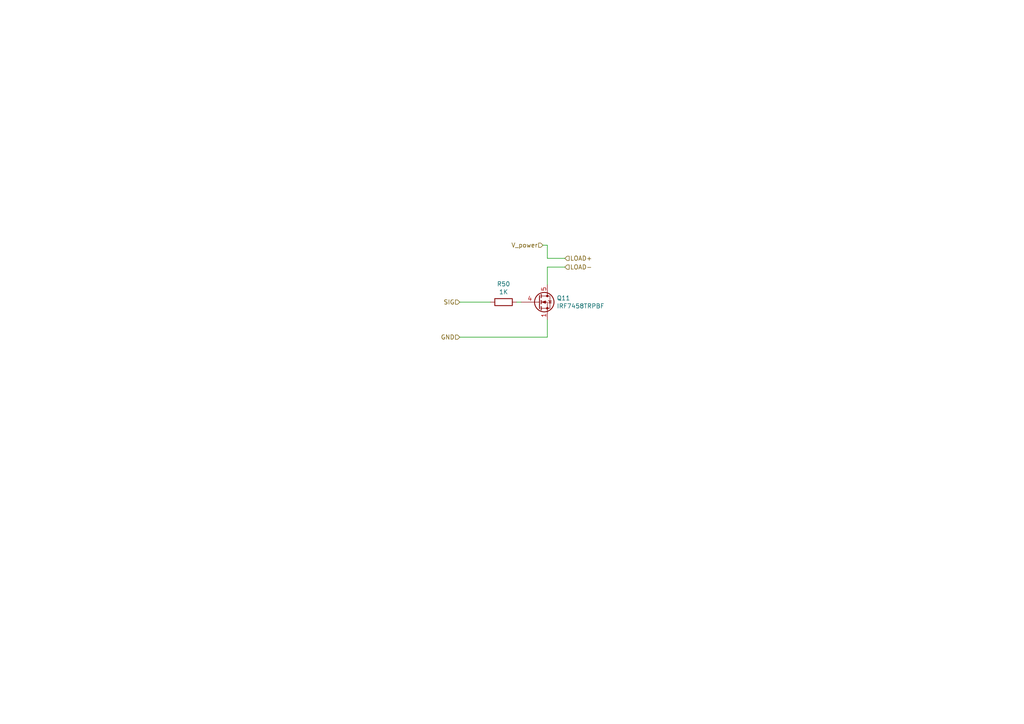
<source format=kicad_sch>
(kicad_sch (version 20211123) (generator eeschema)
  (paper "A4")
  (lib_symbols
    (symbol "Device:R" (pin_numbers hide) (pin_names (offset 0))
      (property "Reference" "R" (at 2.032 0 90))
      (property "Value" "R" (at 0 0 90))
      (symbol "R_0_1"
        (rectangle (start -1.016 -2.54) (end 1.016 2.54) (stroke (width 0.254)))
      )
      (symbol "R_1_1"
        (pin passive line (at 0 3.81 270) (length 1.27) (name "~") (number "1"))
        (pin passive line (at 0 -3.81 90) (length 1.27) (name "~") (number "2"))
      )
    )
    (symbol "william_fets:IRF7458TRPBF" (pin_names (offset 0) hide)
      (property "Reference" "Q" (at 5.08 1.27 0))
      (property "Value" "william_fets_IRF7458TRPBF" (at 5.08 -1.27 0))
      (symbol "IRF7458TRPBF_0_1"
        (polyline (pts (xy 0.0508 0) (xy 0.254 0)))
        (polyline (pts (xy 0.762 -1.778) (xy 2.54 -1.778)))
        (polyline (pts (xy 0.762 -1.27) (xy 0.762 -2.286)) (stroke (width 0.254)))
        (polyline (pts (xy 0.762 0) (xy 2.54 0)))
        (polyline (pts (xy 0.762 0.508) (xy 0.762 -0.508)) (stroke (width 0.254)))
        (polyline (pts (xy 0.762 1.778) (xy 2.54 1.778)))
        (polyline (pts (xy 0.762 2.286) (xy 0.762 1.27)) (stroke (width 0.254)))
        (polyline (pts (xy 2.54 -1.778) (xy 2.54 -2.54)))
        (polyline (pts (xy 2.54 -1.778) (xy 2.54 0)))
        (polyline (pts (xy 2.54 2.54) (xy 2.54 1.778)))
        (polyline (pts (xy 0.254 1.905) (xy 0.254 -1.905) (xy 0.254 -1.905)) (stroke (width 0.254)))
        (polyline (pts (xy 1.016 0) (xy 2.032 0.381) (xy 2.032 -0.381) (xy 1.016 0)) (fill (type outline)))
        (polyline (pts (xy 2.54 -1.778) (xy 3.302 -1.778) (xy 3.302 1.778) (xy 2.54 1.778)))
        (polyline (pts (xy 2.794 0.508) (xy 2.921 0.381) (xy 3.683 0.381) (xy 3.81 0.254)))
        (polyline (pts (xy 3.302 0.381) (xy 2.921 -0.254) (xy 3.683 -0.254) (xy 3.302 0.381)))
        (circle (center 1.651 0) (radius 2.8194) (stroke (width 0.254)))
        (circle (center 2.54 -1.778) (radius 0.2794) (fill (type outline)))
        (circle (center 2.54 1.778) (radius 0.2794) (fill (type outline)))
      )
      (symbol "IRF7458TRPBF_1_1"
        (pin passive line (at 2.54 -5.08 90) (length 2.54) (name "S") (number "1"))
        (pin passive line (at 2.54 -5.08 90) (length 2.54) hide (name "S") (number "2"))
        (pin passive line (at 2.54 -5.08 90) (length 2.54) hide (name "S") (number "3"))
        (pin input line (at -5.08 0 0) (length 5.08) (name "G") (number "4"))
        (pin passive line (at 2.54 5.08 270) (length 2.54) (name "D") (number "5"))
        (pin passive line (at 2.54 5.08 270) (length 2.54) hide (name "D") (number "6"))
        (pin passive line (at 2.54 5.08 270) (length 2.54) hide (name "D") (number "7"))
        (pin passive line (at 2.54 5.08 270) (length 2.54) hide (name "D") (number "8"))
      )
    )
  )
  (wire (pts (xy 158.75 97.79) (xy 158.75 92.71)))
  (wire (pts (xy 158.75 74.93) (xy 158.75 71.12)))
  (wire (pts (xy 149.86 87.63) (xy 151.13 87.63)))
  (wire (pts (xy 158.75 77.47) (xy 158.75 82.55)))
  (wire (pts (xy 133.35 97.79) (xy 158.75 97.79)))
  (wire (pts (xy 133.35 87.63) (xy 142.24 87.63)))
  (wire (pts (xy 163.83 77.47) (xy 158.75 77.47)))
  (wire (pts (xy 163.83 74.93) (xy 158.75 74.93)))
  (wire (pts (xy 158.75 71.12) (xy 157.48 71.12)))
  (hierarchical_label "V_power" (shape input) (at 157.48 71.12 180))
  (hierarchical_label "LOAD-" (shape input) (at 163.83 77.47 0))
  (hierarchical_label "SIG" (shape input) (at 133.35 87.63 180))
  (hierarchical_label "GND" (shape input) (at 133.35 97.79 180))
  (hierarchical_label "LOAD+" (shape input) (at 163.83 74.93 0))
  (symbol (lib_id "william_fets:IRF7458TRPBF") (at 156.21 87.63 0) (unit 1)
    (property "Reference" "Q11" (at 161.4424 86.4616 0) (effects (justify left)))
    (property "Value" "IRF7458TRPBF" (at 161.4424 88.773 0) (effects (justify left)))
    (property "Footprint" "william_mosfet:SO-8_3.9x4.9mm_P1.27mm" (effects hide))
    (property "Datasheet" "https://www.infineon.com/dgdl/irf7458pbf.pdf?fileId=5546d462533600a4015355fecb231bfe" (effects hide))
  )
  (symbol (lib_id "Device:R") (at 146.05 87.63 270) (unit 1)
    (property "Reference" "R50" (at 146.05 82.3722 90))
    (property "Value" "1K" (at 146.05 84.6836 90))
    (property "Footprint" "Resistor_SMD:R_0603_1608Metric" (effects hide))
  )
)
</source>
